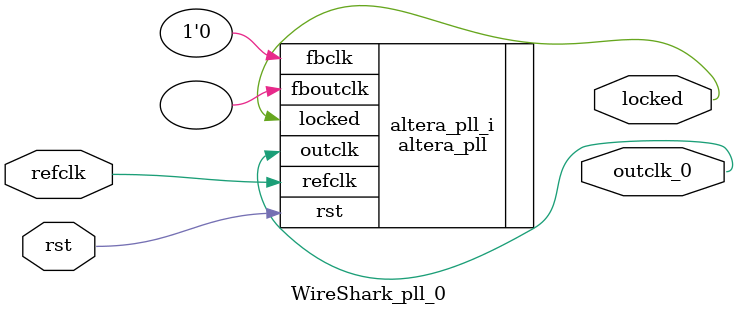
<source format=v>
`timescale 1ns/10ps
module  WireShark_pll_0(

	// interface 'refclk'
	input wire refclk,

	// interface 'reset'
	input wire rst,

	// interface 'outclk0'
	output wire outclk_0,

	// interface 'locked'
	output wire locked
);

	altera_pll #(
		.fractional_vco_multiplier("false"),
		.reference_clock_frequency("100.0 MHz"),
		.operation_mode("direct"),
		.number_of_clocks(1),
		.output_clock_frequency0("125.000000 MHz"),
		.phase_shift0("0 ps"),
		.duty_cycle0(50),
		.output_clock_frequency1("0 MHz"),
		.phase_shift1("0 ps"),
		.duty_cycle1(50),
		.output_clock_frequency2("0 MHz"),
		.phase_shift2("0 ps"),
		.duty_cycle2(50),
		.output_clock_frequency3("0 MHz"),
		.phase_shift3("0 ps"),
		.duty_cycle3(50),
		.output_clock_frequency4("0 MHz"),
		.phase_shift4("0 ps"),
		.duty_cycle4(50),
		.output_clock_frequency5("0 MHz"),
		.phase_shift5("0 ps"),
		.duty_cycle5(50),
		.output_clock_frequency6("0 MHz"),
		.phase_shift6("0 ps"),
		.duty_cycle6(50),
		.output_clock_frequency7("0 MHz"),
		.phase_shift7("0 ps"),
		.duty_cycle7(50),
		.output_clock_frequency8("0 MHz"),
		.phase_shift8("0 ps"),
		.duty_cycle8(50),
		.output_clock_frequency9("0 MHz"),
		.phase_shift9("0 ps"),
		.duty_cycle9(50),
		.output_clock_frequency10("0 MHz"),
		.phase_shift10("0 ps"),
		.duty_cycle10(50),
		.output_clock_frequency11("0 MHz"),
		.phase_shift11("0 ps"),
		.duty_cycle11(50),
		.output_clock_frequency12("0 MHz"),
		.phase_shift12("0 ps"),
		.duty_cycle12(50),
		.output_clock_frequency13("0 MHz"),
		.phase_shift13("0 ps"),
		.duty_cycle13(50),
		.output_clock_frequency14("0 MHz"),
		.phase_shift14("0 ps"),
		.duty_cycle14(50),
		.output_clock_frequency15("0 MHz"),
		.phase_shift15("0 ps"),
		.duty_cycle15(50),
		.output_clock_frequency16("0 MHz"),
		.phase_shift16("0 ps"),
		.duty_cycle16(50),
		.output_clock_frequency17("0 MHz"),
		.phase_shift17("0 ps"),
		.duty_cycle17(50),
		.pll_type("General"),
		.pll_subtype("General")
	) altera_pll_i (
		.rst	(rst),
		.outclk	({outclk_0}),
		.locked	(locked),
		.fboutclk	( ),
		.fbclk	(1'b0),
		.refclk	(refclk)
	);
endmodule


</source>
